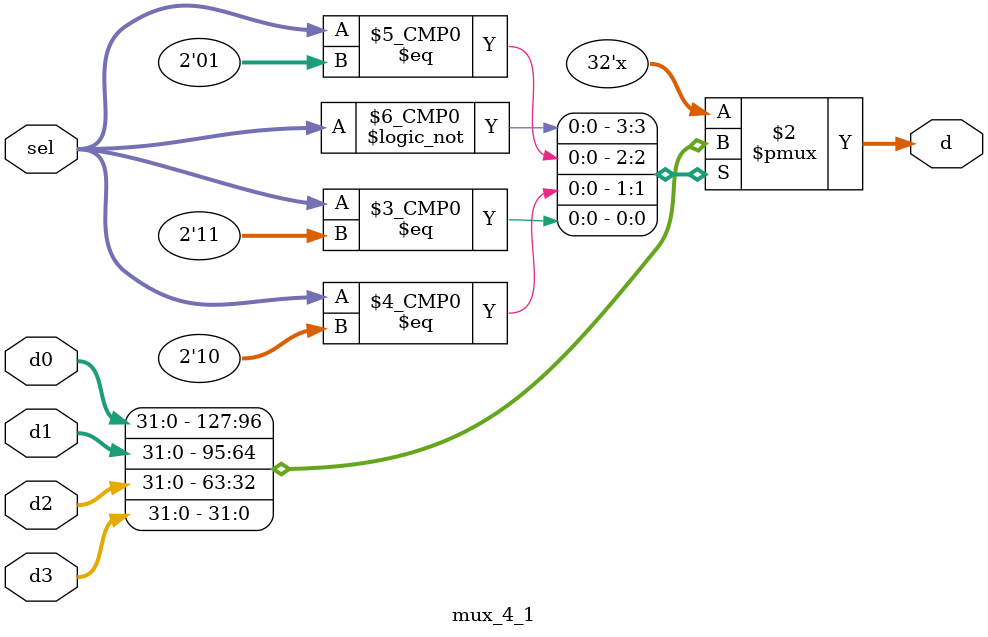
<source format=v>
module mux_4_1(d0,d1,d2,d3,sel,d 
    );
     parameter data_width=32;
     input [data_width-1:0] d0;
     input [data_width-1:0] d1;
     input [data_width-1:0] d2;
     input [data_width-1:0] d3;
     input [1:0] sel;
     output reg [data_width-1:0] d;
     always @(*)
       case (sel)
          2'b00: d<=d0; 
          2'b01: d<=d1;
          2'b10: d<=d2; 
          2'b11: d<=d3; 
          default:d<=32'bz;
       endcase
endmodule
</source>
